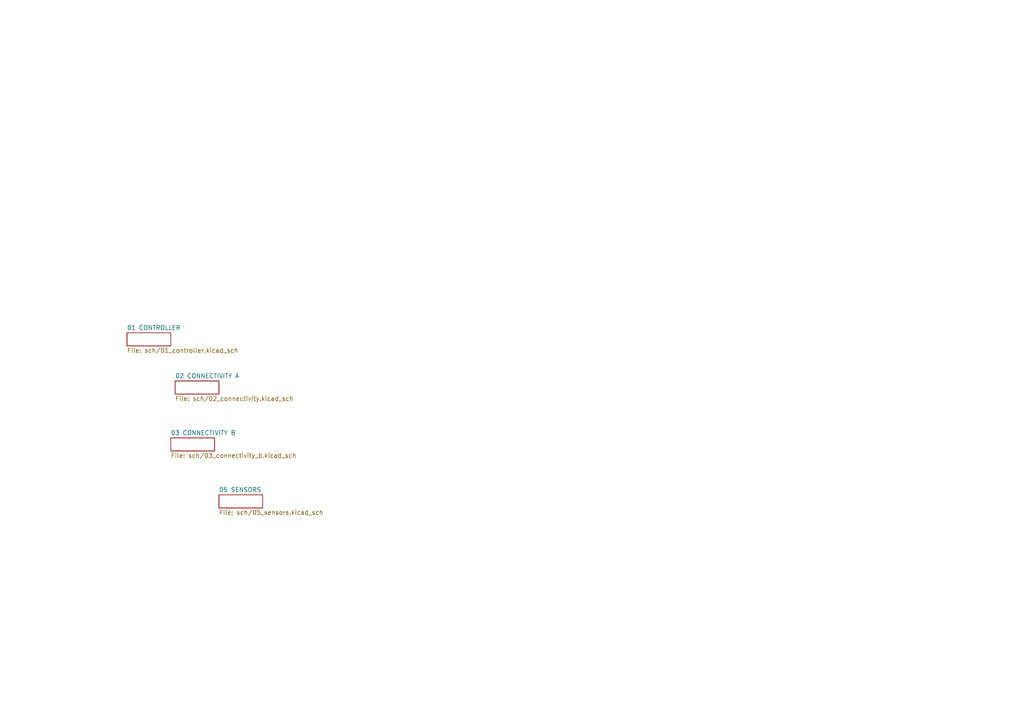
<source format=kicad_sch>
(kicad_sch
	(version 20250114)
	(generator "eeschema")
	(generator_version "9.0")
	(uuid "dc58f58f-4310-4e89-8df6-df35de0ba5fc")
	(paper "A4")
	(lib_symbols)
	(sheet
		(at 49.53 127)
		(size 12.7 3.81)
		(exclude_from_sim no)
		(in_bom yes)
		(on_board yes)
		(dnp no)
		(fields_autoplaced yes)
		(stroke
			(width 0.1524)
			(type solid)
		)
		(fill
			(color 0 0 0 0.0000)
		)
		(uuid "3e313160-222b-4831-aea6-83cb910f1c4a")
		(property "Sheetname" "03 CONNECTIVITY B"
			(at 49.53 126.2884 0)
			(effects
				(font
					(size 1.27 1.27)
				)
				(justify left bottom)
			)
		)
		(property "Sheetfile" "sch/03_connectivity_b.kicad_sch"
			(at 49.53 131.3946 0)
			(effects
				(font
					(size 1.27 1.27)
				)
				(justify left top)
			)
		)
		(instances
			(project "PCB_BUG001-ESP32S3-M.2"
				(path "/dc58f58f-4310-4e89-8df6-df35de0ba5fc"
					(page "4")
				)
			)
		)
	)
	(sheet
		(at 50.8 110.49)
		(size 12.7 3.81)
		(exclude_from_sim no)
		(in_bom yes)
		(on_board yes)
		(dnp no)
		(fields_autoplaced yes)
		(stroke
			(width 0.1524)
			(type solid)
		)
		(fill
			(color 0 0 0 0.0000)
		)
		(uuid "49caa30b-b51d-43ee-bedd-a4a4dfd07ca0")
		(property "Sheetname" "02 CONNECTIVITY A"
			(at 50.8 109.7784 0)
			(effects
				(font
					(size 1.27 1.27)
				)
				(justify left bottom)
			)
		)
		(property "Sheetfile" "sch/02_connectivity.kicad_sch"
			(at 50.8 114.8846 0)
			(effects
				(font
					(size 1.27 1.27)
				)
				(justify left top)
			)
		)
		(instances
			(project "PCB_BUG001-ESP32S3-M.2"
				(path "/dc58f58f-4310-4e89-8df6-df35de0ba5fc"
					(page "3")
				)
			)
		)
	)
	(sheet
		(at 36.83 96.52)
		(size 12.7 3.81)
		(exclude_from_sim no)
		(in_bom yes)
		(on_board yes)
		(dnp no)
		(fields_autoplaced yes)
		(stroke
			(width 0.1524)
			(type solid)
		)
		(fill
			(color 0 0 0 0.0000)
		)
		(uuid "5bc02f68-3398-4849-b1e4-280791270fc0")
		(property "Sheetname" "01 CONTROLLER"
			(at 36.83 95.8084 0)
			(effects
				(font
					(size 1.27 1.27)
				)
				(justify left bottom)
			)
		)
		(property "Sheetfile" "sch/01_controller.kicad_sch"
			(at 36.83 100.9146 0)
			(effects
				(font
					(size 1.27 1.27)
				)
				(justify left top)
			)
		)
		(instances
			(project "PCB_BUG001-ESP32S3-M.2"
				(path "/dc58f58f-4310-4e89-8df6-df35de0ba5fc"
					(page "2")
				)
			)
		)
	)
	(sheet
		(at 63.5 143.51)
		(size 12.7 3.81)
		(exclude_from_sim no)
		(in_bom yes)
		(on_board yes)
		(dnp no)
		(fields_autoplaced yes)
		(stroke
			(width 0.1524)
			(type solid)
		)
		(fill
			(color 0 0 0 0.0000)
		)
		(uuid "615cdd1f-82e4-4d31-a87d-05721a4067fe")
		(property "Sheetname" "05 SENSORS"
			(at 63.5 142.7984 0)
			(effects
				(font
					(size 1.27 1.27)
				)
				(justify left bottom)
			)
		)
		(property "Sheetfile" "sch/05_sensors.kicad_sch"
			(at 63.5 147.9046 0)
			(effects
				(font
					(size 1.27 1.27)
				)
				(justify left top)
			)
		)
		(instances
			(project "PCB_BUG001-ESP32S3-M.2"
				(path "/dc58f58f-4310-4e89-8df6-df35de0ba5fc"
					(page "5")
				)
			)
		)
	)
	(sheet_instances
		(path "/"
			(page "1")
		)
	)
	(embedded_fonts no)
)

</source>
